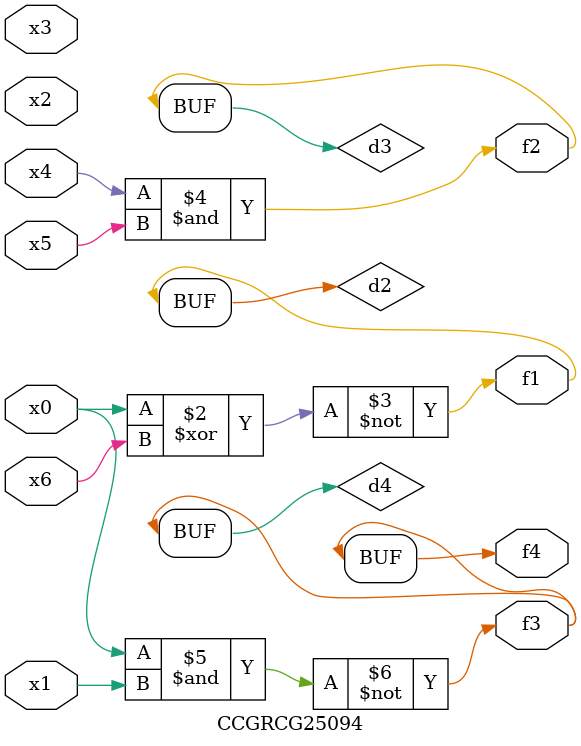
<source format=v>
module CCGRCG25094(
	input x0, x1, x2, x3, x4, x5, x6,
	output f1, f2, f3, f4
);

	wire d1, d2, d3, d4;

	nor (d1, x0);
	xnor (d2, x0, x6);
	and (d3, x4, x5);
	nand (d4, x0, x1);
	assign f1 = d2;
	assign f2 = d3;
	assign f3 = d4;
	assign f4 = d4;
endmodule

</source>
